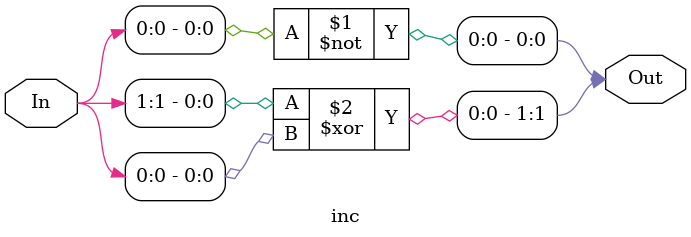
<source format=v>

module inc(In, Out);
    input [1:0] In;
    output [1:0] Out;

    assign Out[0] = ~In[0];
    assign Out[1] = In[1] ^ In[0];
endmodule

</source>
